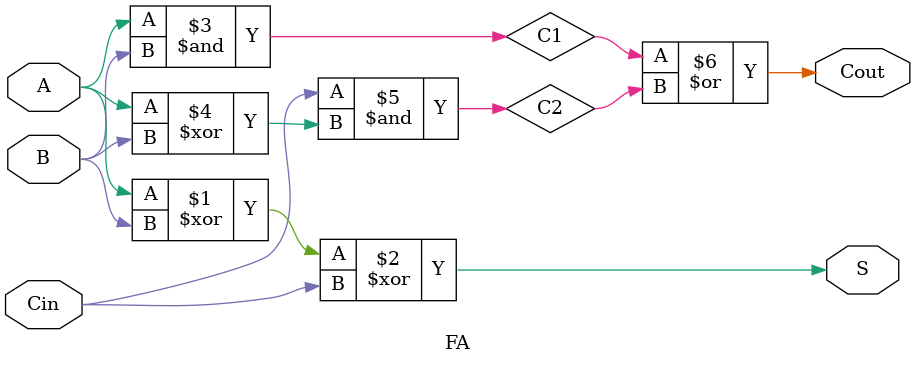
<source format=v>
module FA(A, B, Cin, S, Cout);
  // Input ports:
  input A, B, Cin; // A and B are the two input bits, Cin is the carry-in bit

 
  output S, Cout; // S is the sum output, Cout is the carry-out output

 
  wire C1, C2; // C1 and C2 are intermediate wires to store partial carry values

  assign S = A ^ B ^ Cin;

  assign C1 = A & B;
  assign C2 = Cin & (A ^ B);

  
  assign Cout = C1 | C2;

endmodule
</source>
